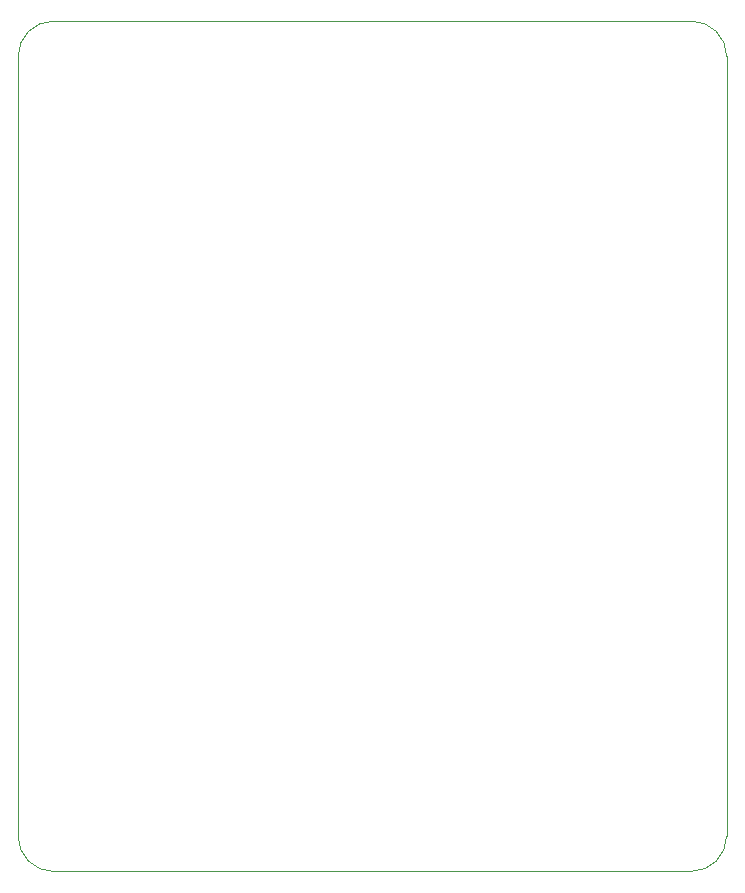
<source format=gbr>
G04 #@! TF.GenerationSoftware,KiCad,Pcbnew,(5.1.2)-2*
G04 #@! TF.CreationDate,2020-02-16T14:31:35-06:00*
G04 #@! TF.ProjectId,TempMonitor8PCB,54656d70-4d6f-46e6-9974-6f7238504342,rev?*
G04 #@! TF.SameCoordinates,Original*
G04 #@! TF.FileFunction,Profile,NP*
%FSLAX46Y46*%
G04 Gerber Fmt 4.6, Leading zero omitted, Abs format (unit mm)*
G04 Created by KiCad (PCBNEW (5.1.2)-2) date 2020-02-16 14:31:35*
%MOMM*%
%LPD*%
G04 APERTURE LIST*
%ADD10C,0.050000*%
G04 APERTURE END LIST*
D10*
X117000000Y-117000000D02*
G75*
G02X114000000Y-114000000I0J3000000D01*
G01*
X171000000Y-117000000D02*
G75*
G03X174000000Y-114000000I0J3000000D01*
G01*
X174000000Y-48000000D02*
G75*
G03X171000000Y-45000000I-3000000J0D01*
G01*
X117000000Y-45000000D02*
G75*
G03X114000000Y-48000000I0J-3000000D01*
G01*
X174000000Y-114000000D02*
X174000000Y-48000000D01*
X117000000Y-117000000D02*
X171000000Y-117000000D01*
X114000000Y-48000000D02*
X114000000Y-114000000D01*
X171000000Y-45000000D02*
X117000000Y-45000000D01*
M02*

</source>
